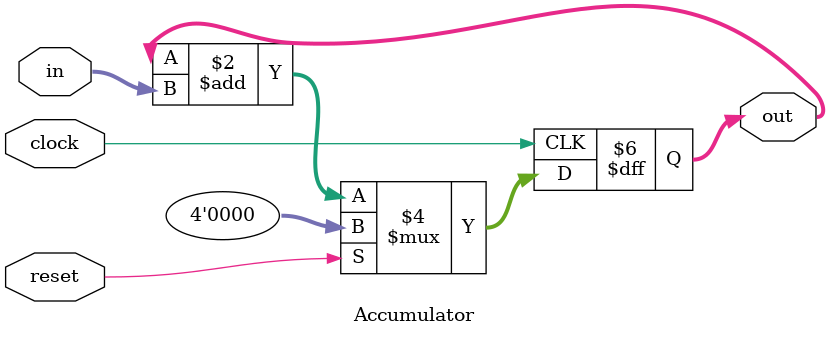
<source format=v>
module Accumulator(clock, reset, in, out);
input clock, reset;
input [3:0] in;
output [3:0] out;
reg         [3:0] out;

always @(posedge clock)
begin
  if(reset)
  begin
    out = 4'd0;
  end

  else
  begin
    out = out + in;
  end
end

endmodule

</source>
